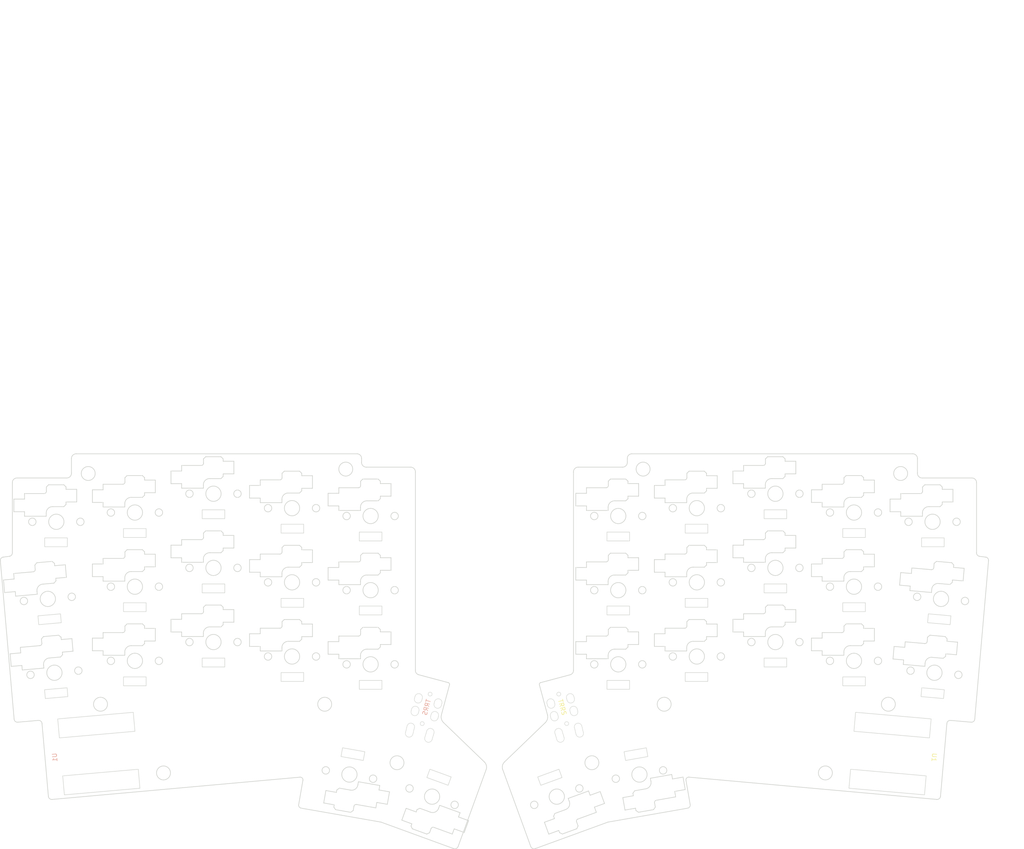
<source format=kicad_pcb>
(kicad_pcb (version 20221018) (generator pcbnew)
  (layers (0 "F.Cu" signal) (31 "B.Cu" signal) (34 "B.Paste" user) (35 "F.Paste" user) (36 "B.SilkS" user "B.Silkscreen") (37 "F.SilkS" user "F.Silkscreen") (38 "B.Mask" user) (39 "F.Mask" user) (44 "Edge.Cuts" user))
  (net 0 "")
  (footprint "jw_custom_footprint:Diode_SOD123_THT_2_cutout_small" (layer "F.Cu") (at 91.550786 115.08591))
  (footprint "jw_custom_footprint:MountingHole_3.2mm_M3_cutout" (layer "F.Cu") (at 103.782586 67.431096))
  (footprint "jw_custom_footprint:Diode_SOD123_THT_2_cutout_small" (layer "F.Cu") (at 91.550786 98.08551))
  (footprint "jw_custom_footprint:Diode_SOD123_THT_2_cutout_small" (layer "F.Cu") (at 55.450786 116.08531))
  (footprint "jw_custom_footprint:Diode_SOD123_THT_2_cutout_small" (layer "F.Cu") (at 91.550786 81.08555))
  (footprint "jw_custom_footprint:MountingHole_3.2mm_M3_cutout" (layer "F.Cu") (at 98.956586 121.329896))
  (footprint "jw_custom_footprint:Diode_SOD123_THT_2_cutout_small" (layer "F.Cu") (at 109.473786 99.841496))
  (footprint "jw_custom_footprint:Diode_SOD123_THT_2_cutout_small" (layer "F.Cu") (at 73.473888 77.77535))
  (footprint "jw_custom_footprint:Diode_SOD123_THT_2_cutout_small" (layer "F.Cu") (at 109.473786 116.88491))
  (footprint "jw_custom_footprint:MountingHole_3.2mm_M3_cutout" (layer "F.Cu") (at 62.024986 137.077896))
  (footprint "jw_custom_footprint:Xiao THT jumper pad_cutout" (layer "F.Cu") (at 47.057288 132.65468 95))
  (footprint "jw_custom_footprint:Diode_SOD123_THT_2_cutout_small" (layer "F.Cu") (at 109.473786 82.88511))
  (footprint "jw_custom_footprint:MountingHole_3.2mm_M3_cutout" (layer "F.Cu") (at 115.517386 134.741096))
  (footprint "jw_custom_footprint:Diode_SOD123_THT_2_cutout_small" (layer "F.Cu") (at 125.145398 138.068902 -20))
  (footprint "jw_custom_footprint:Diode_SOD123_THT_2_cutout_small" (layer "F.Cu") (at 105.4222 132.768786 -10))
  (footprint "jw_custom_footprint:Diode_SOD123_THT_2_cutout_small" (layer "F.Cu") (at 37.446055 118.792261 -175))
  (footprint "jw_custom_footprint:Diode_SOD123_THT_2_cutout_small" (layer "F.Cu") (at 55.450786 99.08571))
  (footprint "jw_custom_footprint:Diode_SOD123_THT_2_cutout_small" (layer "F.Cu") (at 35.934255 101.850461 -175))
  (footprint "jw_custom_footprint:Diode_SOD123_THT_2_cutout_small" (layer "F.Cu") (at 55.450786 82.08611))
  (footprint "jw_custom_footprint:Diode_SOD123_THT_2_cutout_small" (layer "F.Cu") (at 73.473888 111.77551))
  (footprint "jw_custom_footprint:Diode_SOD123_THT_2_cutout_small" (layer "F.Cu") (at 37.400786 84.20942 180))
  (footprint "jw_custom_footprint:MountingHole_3.2mm_M3_cutout" (layer "F.Cu") (at 47.597786 121.329896))
  (footprint "jw_custom_footprint:TRRS-PJ-DPB2_mod_cutout" (layer "F.Cu") (at 123.519588 117.463672 -15))
  (footprint "jw_custom_footprint:Diode_SOD123_THT_2_cutout_small" (layer "F.Cu") (at 73.473888 94.77531))
  (footprint "jw_custom_footprint:MountingHole_3.2mm_M3_cutout" (layer "F.Cu") (at 44.778386 68.43751))
  (footprint "jw_custom_footprint:Kailh_socket_PG1350_v1_reversible_cutout_bottom" (layer "B.Cu") (at 55.474114 111.384904))
  (footprint "jw_custom_footprint:Kailh_socket_PG1350_v1_reversible_cutout_bottom" (layer "B.Cu") (at 220.21077 77.385704))
  (footprint "jw_custom_footprint:Kailh_socket_PG1350_v1_reversible_cutout_bottom" (layer "B.Cu") (at 171.064181 137.447087 -170))
  (footprint "jw_custom_footprint:Kailh_socket_PG1350_v1_reversible_cutout_bottom" (layer "B.Cu") (at 55.474114 94.385304))
  (footprint "jw_custom_footprint:Diode_SOD123_THT_2_cutout_small" (layer "B.Cu") (at 166.211098 99.841496 180))
  (footprint "jw_custom_footprint:Kailh_socket_PG1350_v1_reversible_cutout_bottom" (layer "B.Cu") (at 152.127807 142.511985 -160))
  (footprint "jw_custom_footprint:Diode_SOD123_THT_2_cutout_small" (layer "B.Cu") (at 238.284098 84.20942))
  (footprint "jw_custom_footprint:Kailh_socket_PG1350_v1_reversible_cutout_bottom" (layer "B.Cu") (at 104.620703 137.447087 170))
  (footprint "jw_custom_footprint:Diode_SOD123_THT_2_cutout_small" (layer "B.Cu") (at 202.210996 111.77551 180))
  (footprint "jw_custom_footprint:Kailh_socket_PG1350_v1_reversible_cutout_bottom" (layer "B.Cu") (at 37.473914 79.509014))
  (footprint "jw_custom_footprint:Kailh_socket_PG1350_v1_reversible_cutout_bottom" (layer "B.Cu") (at 184.21117 110.385504))
  (footprint "jw_custom_footprint:Kailh_socket_PG1350_v1_reversible_cutout_bottom" (layer "B.Cu") (at 35.524198 97.183051 5))
  (footprint "jw_custom_footprint:Kailh_socket_PG1350_v1_reversible_cutout_bottom" (layer "B.Cu") (at 202.21137 73.074944))
  (footprint "jw_custom_footprint:Kailh_socket_PG1350_v1_reversible_cutout_bottom" (layer "B.Cu") (at 238.64694 114.11075 -5))
  (footprint "jw_custom_footprint:Kailh_socket_PG1350_v1_reversible_cutout_bottom" (layer "B.Cu") (at 166.211472 112.184504))
  (footprint "jw_custom_footprint:MountingHole_3.2mm_M3_cutout" (layer "B.Cu") (at 176.728298 121.329896 180))
  (footprint "jw_custom_footprint:Xiao THT jumper pad_cutout" (layer "B.Cu") (at 228.627596 132.65468 85))
  (footprint "jw_custom_footprint:Kailh_socket_PG1350_v1_reversible_cutout_bottom" (layer "B.Cu") (at 238.21097 79.509014))
  (footprint "jw_custom_footprint:Kailh_socket_PG1350_v1_reversible_cutout_bottom" (layer "B.Cu") (at 123.557077 142.511985 160))
  (footprint "jw_custom_footprint:Diode_SOD123_THT_2_cutout_small" (layer "B.Cu") (at 184.134098 115.08591 180))
  (footprint "jw_custom_footprint:Diode_SOD123_THT_2_cutout_small" (layer "B.Cu") (at 239.750629 101.850461 -5))
  (footprint "jw_custom_footprint:Kailh_socket_PG1350_v1_reversible_cutout_bottom" (layer "B.Cu") (at 184.21117 76.385144))
  (footprint "jw_custom_footprint:MountingHole_3.2mm_M3_cutout" (layer "B.Cu") (at 171.902298 67.431096 180))
  (footprint "jw_custom_footprint:Kailh_socket_PG1350_v1_reversible_cutout_bottom" (layer "B.Cu") (at 73.473514 107.075104))
  (footprint "jw_custom_footprint:MountingHole_3.2mm_M3_cutout" (layer "B.Cu") (at 230.906498 68.43751 180))
  (footprint "jw_custom_footprint:MountingHole_3.2mm_M3_cutout" (layer "B.Cu") (at 213.659898 137.077896 180))
  (footprint "jw_custom_footprint:Kailh_socket_PG1350_v1_reversible_cutout_bottom" (layer "B.Cu") (at 220.21077 111.384904))
  (footprint "jw_custom_footprint:Diode_SOD123_THT_2_cutout_small" (layer "B.Cu") (at 184.134098 81.08555 180))
  (footprint "jw_custom_footprint:Kailh_socket_PG1350_v1_reversible_cutout_bottom" (layer "B.Cu") (at 91.473714 76.385144))
  (footprint "jw_custom_footprint:Kailh_socket_PG1350_v1_reversible_cutout_bottom" (layer "B.Cu") (at 55.474114 77.385704))
  (footprint "jw_custom_footprint:Kailh_socket_PG1350_v1_reversible_cutout_bottom" (layer "B.Cu") (at 109.473412 78.184704))
  (footprint "jw_custom_footprint:MountingHole_3.2mm_M3_cutout" (layer "B.Cu") (at 228.087098 121.329896 180))
  (footprint "jw_custom_footprint:TRRS-PJ-DPB2_mod_cutout" (layer "B.Cu") (at 152.165296 117.463672 -165))
  (footprint "jw_custom_footprint:Kailh_socket_PG1350_v1_reversible_cutout_bottom" (layer "B.Cu") (at 184.21117 93.385104))
  (footprint "jw_custom_footprint:Kailh_socket_PG1350_v1_reversible_cutout_bottom" (layer "B.Cu") (at 166.211472 95.184504))
  (footprint "jw_custom_footprint:Diode_SOD123_THT_2_cutout_small" (layer "B.Cu") (at 238.238829 118.792261 -5))
  (footprint "jw_custom_footprint:Kailh_socket_PG1350_v1_reversible_cutout_bottom" (layer "B.Cu") (at 91.473714 110.385504))
  (footprint "jw_custom_footprint:MountingHole_3.2mm_M3_cutout" (layer "B.Cu") (at 160.167498 134.741096 180))
  (footprint "jw_custom_footprint:Diode_SOD123_THT_2_cutout_small" (layer "B.Cu") (at 220.234098 82.08611 180))
  (footprint "jw_custom_footprint:Diode_SOD123_THT_2_cutout_small" (layer "B.Cu") (at 170.262684 132.768786 -170))
  (footprint "jw_custom_footprint:Diode_SOD123_THT_2_cutout_small" (layer "B.Cu") (at 202.210996 77.77535 180))
  (footprint "jw_custom_footprint:Kailh_socket_PG1350_v1_reversible_cutout_bottom" (layer "B.Cu") (at 202.21137 90.074904))
  (footprint "jw_custom_footprint:Kailh_socket_PG1350_v1_reversible_cutout_bottom" (layer "B.Cu") (at 109.473412 112.184504))
  (footprint "jw_custom_footprint:Kailh_socket_PG1350_v1_reversible_cutout_bottom" (layer "B.Cu") (at 91.473714 93.385104))
  (footprint "jw_custom_footprint:Diode_SOD123_THT_2_cutout_small" (layer "B.Cu") (at 202.210996 94.77531 180))
  (footprint "jw_custom_footprint:Diode_SOD123_THT_2_cutout_small" (layer "B.Cu") (at 150.539486 138.068902 -160))
  (footprint "jw_custom_footprint:Diode_SOD123_THT_2_cutout_small" (layer "B.Cu") (at 166.211098 116.88491 180))
  (footprint "jw_custom_footprint:Diode_SOD123_THT_2_cutout_small" (layer "B.Cu") (at 220.234098 116.08531 180))
  (footprint "jw_custom_footprint:Diode_SOD123_THT_2_cutout_small" (layer "B.Cu") (at 220.234098 99.08571 180))
  (footprint "jw_custom_footprint:Kailh_socket_PG1350_v1_reversible_cutout_bottom" (layer "B.Cu") (at 240.160686 97.183051 -5))
  (footprint "jw_custom_footprint:Kailh_socket_PG1350_v1_reversible_cutout_bottom" (layer "B.Cu") (at 109.473412 95.184504))
  (footprint "jw_custom_footprint:Diode_SOD123_THT_2_cutout_small" (layer "B.Cu") (at 184.134098 98.08551 180))
  (footprint "jw_custom_footprint:Kailh_socket_PG1350_v1_reversible_cutout_bottom" (layer "B.Cu") (at 220.21077 94.385304))
  (footprint "jw_custom_footprint:Diode_SOD123_THT_2_cutout_small" (layer "B.Cu") (at 166.211098 82.88511 180))
  (footprint "jw_custom_footprint:Kailh_socket_PG1350_v1_reversible_cutout_bottom" (layer "B.Cu") (at 73.473514 73.074944))
  (footprint "jw_custom_footprint:Kailh_socket_PG1350_v1_reversible_cutout_bottom" (layer "B.Cu") (at 202.21137 107.075104))
  (footprint "jw_custom_footprint:Kailh_socket_PG1350_v1_reversible_cutout_bottom" (layer "B.Cu") (at 166.211472 78.184704))
  (footprint "jw_custom_footprint:Kailh_socket_PG1350_v1_reversible_cutout_bottom" (layer "B.Cu") (at 73.473514 90.074904))
  (footprint "jw_custom_footprint:Kailh_socket_PG1350_v1_reversible_cutout_bottom" (layer "B.Cu") (at 37.037944 114.11075 5))
  (gr_line (start 40.934567 65.047496) (end 40.934567 68.345496) (stroke (width 0.15)) (layer "Edge.Cuts"))
  (gr_line (start 93.964515 138.75226) (end 93.012986 144.240696) (stroke (width 0.15)) (layer "Edge.Cuts"))
  (gr_arc (start 155.95072 68.099097) (mid 156.270291 67.298802) (end 157.070625 66.97942) (stroke (width 0.15)) (layer "Edge.Cuts"))
  (gr_line (start 168.282594 65.009038) (end 168.282594 65.856296) (stroke (width 0.15)) (layer "Edge.Cuts"))
  (gr_line (start 125.677386 123.819096) (end 127.545343 116.886247) (stroke (width 0.15)) (layer "Edge.Cuts"))
  (gr_line (start 139.703406 136.200542) (end 146.146698 153.892696) (stroke (width 0.15)) (layer "Edge.Cuts"))
  (gr_line (start 248.289765 86.602768) (end 248.289765 70.529896) (stroke (width 0.15)) (layer "Edge.Cuts"))
  (gr_arc (start 93.317786 138.043096) (mid 93.809638 138.244024) (end 93.964515 138.75226) (stroke (width 0.15)) (layer "Edge.Cuts"))
  (gr_arc (start 155.951098 113.557496) (mid 155.748288 114.199147) (end 155.189098 114.573496) (stroke (width 0.15)) (layer "Edge.Cuts"))
  (gr_arc (start 182.671898 144.240696) (mid 182.598014 144.82351) (end 182.113098 145.155096) (stroke (width 0.15)) (layer "Edge.Cuts"))
  (gr_line (start 24.649107 88.453329) (end 27.802354 124.719691) (stroke (width 0.15)) (layer "Edge.Cuts"))
  (gr_arc (start 40.934567 68.345496) (mid 40.625115 69.145977) (end 39.829871 69.46862) (stroke (width 0.15)) (layer "Edge.Cuts"))
  (gr_line (start 128.420586 154.400696) (end 111.859786 148.355496) (stroke (width 0.15)) (layer "Edge.Cuts"))
  (gr_line (start 182.113098 145.155096) (end 163.825098 148.355496) (stroke (width 0.15)) (layer "Edge.Cuts"))
  (gr_arc (start 118.614259 66.97942) (mid 119.414533 67.298862) (end 119.734164 68.099097) (stroke (width 0.15)) (layer "Edge.Cuts"))
  (gr_arc (start 147.264298 154.400696) (mid 146.590267 154.400228) (end 146.146698 153.892696) (stroke (width 0.15)) (layer "Edge.Cuts"))
  (gr_line (start 111.859786 148.355496) (end 93.571786 145.155096) (stroke (width 0.15)) (layer "Edge.Cuts"))
  (gr_line (start 126.134586 125.495496) (end 135.524278 134.549542) (stroke (width 0.15)) (layer "Edge.Cuts"))
  (gr_arc (start 108.506986 66.97942) (mid 107.711772 66.656752) (end 107.40229 65.856296) (stroke (width 0.15)) (layer "Edge.Cuts"))
  (gr_line (start 107.40229 65.856296) (end 107.40229 65.009038) (stroke (width 0.15)) (layer "Edge.Cuts"))
  (gr_arc (start 247.88253 124.719691) (mid 247.618937 125.269043) (end 247.035498 125.444696) (stroke (width 0.15)) (layer "Edge.Cuts"))
  (gr_arc (start 126.134586 125.495496) (mid 125.699059 124.71373) (end 125.677386 123.819096) (stroke (width 0.15)) (layer "Edge.Cuts"))
  (gr_line (start 26.769786 87.415568) (end 25.296586 87.606297) (stroke (width 0.15)) (layer "Edge.Cuts"))
  (gr_line (start 34.195086 125.775682) (end 35.651242 142.409373) (stroke (width 0.15)) (layer "Edge.Cuts"))
  (gr_line (start 155.951098 113.557496) (end 155.951098 68.099097) (stroke (width 0.15)) (layer "Edge.Cuts"))
  (gr_line (start 140.160606 134.549542) (end 149.550298 125.495496) (stroke (width 0.15)) (layer "Edge.Cuts"))
  (gr_arc (start 28.649386 125.444696) (mid 28.065966 125.269021) (end 27.802354 124.719691) (stroke (width 0.15)) (layer "Edge.Cuts"))
  (gr_arc (start 40.934567 65.047496) (mid 41.244123 64.247438) (end 42.039263 63.92551) (stroke (width 0.15)) (layer "Edge.Cuts"))
  (gr_arc (start 148.139541 116.886247) (mid 148.166139 116.570041) (end 148.418941 116.378247) (stroke (width 0.15)) (layer "Edge.Cuts"))
  (gr_line (start 42.039263 63.92551) (end 106.373386 63.92551) (stroke (width 0.15)) (layer "Edge.Cuts"))
  (gr_arc (start 33.324899 125.035909) (mid 33.923893 125.212995) (end 34.195086 125.775682) (stroke (width 0.15)) (layer "Edge.Cuts"))
  (gr_arc (start 233.645621 63.92551) (mid 234.440727 64.247472) (end 234.750317 65.047496) (stroke (width 0.15)) (layer "Edge.Cuts"))
  (gr_line (start 182.367098 138.043096) (end 239.193341 143.151761) (stroke (width 0.15)) (layer "Edge.Cuts"))
  (gr_arc (start 106.373386 63.92551) (mid 107.116532 64.250132) (end 107.40229 65.009038) (stroke (width 0.15)) (layer "Edge.Cuts"))
  (gr_line (start 247.88253 124.719691) (end 251.035777 88.453329) (stroke (width 0.15)) (layer "Edge.Cuts"))
  (gr_line (start 234.750317 68.345496) (end 234.750317 65.047496) (stroke (width 0.15)) (layer "Edge.Cuts"))
  (gr_arc (start 181.720369 138.75226) (mid 181.875245 138.244023) (end 182.367098 138.043096) (stroke (width 0.15)) (layer "Edge.Cuts"))
  (gr_arc (start 235.855013 69.46862) (mid 235.059788 69.145958) (end 234.750317 68.345496) (stroke (width 0.15)) (layer "Edge.Cuts"))
  (gr_arc (start 127.265943 116.378247) (mid 127.518747 116.57004) (end 127.545343 116.886247) (stroke (width 0.15)) (layer "Edge.Cuts"))
  (gr_line (start 28.649386 125.444696) (end 33.324899 125.035909) (stroke (width 0.15)) (layer "Edge.Cuts"))
  (gr_line (start 129.538186 153.892696) (end 135.981478 136.200542) (stroke (width 0.15)) (layer "Edge.Cuts"))
  (gr_arc (start 240.033642 142.409373) (mid 239.770938 142.958766) (end 239.193341 143.151761) (stroke (width 0.15)) (layer "Edge.Cuts"))
  (gr_arc (start 248.915098 87.415568) (mid 248.454892 87.122689) (end 248.289765 86.602768) (stroke (width 0.15)) (layer "Edge.Cuts"))
  (gr_line (start 127.265943 116.378247) (end 120.495786 114.573496) (stroke (width 0.15)) (layer "Edge.Cuts"))
  (gr_line (start 250.388298 87.606297) (end 248.915098 87.415568) (stroke (width 0.15)) (layer "Edge.Cuts"))
  (gr_arc (start 139.703406 136.200542) (mid 139.703803 135.311842) (end 140.160606 134.549542) (stroke (width 0.15)) (layer "Edge.Cuts"))
  (gr_arc (start 27.395119 70.529896) (mid 27.681615 69.797892) (end 28.395386 69.46862) (stroke (width 0.15)) (layer "Edge.Cuts"))
  (gr_arc (start 247.289498 69.46862) (mid 248.003243 69.797916) (end 248.289765 70.529896) (stroke (width 0.15)) (layer "Edge.Cuts"))
  (gr_arc (start 129.538186 153.892696) (mid 129.094636 154.40027) (end 128.420586 154.400696) (stroke (width 0.15)) (layer "Edge.Cuts"))
  (gr_arc (start 150.007498 123.819096) (mid 149.985822 124.713729) (end 149.550298 125.495496) (stroke (width 0.15)) (layer "Edge.Cuts"))
  (gr_line (start 169.311498 63.92551) (end 233.645621 63.92551) (stroke (width 0.15)) (layer "Edge.Cuts"))
  (gr_arc (start 36.491543 143.151761) (mid 35.913919 142.958797) (end 35.651242 142.409373) (stroke (width 0.15)) (layer "Edge.Cuts"))
  (gr_arc (start 24.649107 88.453329) (mid 24.799827 87.897554) (end 25.296586 87.606297) (stroke (width 0.15)) (layer "Edge.Cuts"))
  (gr_arc (start 168.282594 65.009038) (mid 168.568408 64.250185) (end 169.311498 63.92551) (stroke (width 0.15)) (layer "Edge.Cuts"))
  (gr_line (start 148.139541 116.886247) (end 150.007498 123.819096) (stroke (width 0.15)) (layer "Edge.Cuts"))
  (gr_line (start 155.189098 114.573496) (end 148.418941 116.378247) (stroke (width 0.15)) (layer "Edge.Cuts"))
  (gr_arc (start 120.495786 114.573496) (mid 119.936627 114.199124) (end 119.733786 113.557496) (stroke (width 0.15)) (layer "Edge.Cuts"))
  (gr_line (start 27.395119 70.529896) (end 27.395119 86.602768) (stroke (width 0.15)) (layer "Edge.Cuts"))
  (gr_arc (start 135.524278 134.549542) (mid 135.981048 135.311851) (end 135.981478 136.200542) (stroke (width 0.15)) (layer "Edge.Cuts"))
  (gr_line (start 182.671898 144.240696) (end 181.720369 138.75226) (stroke (width 0.15)) (layer "Edge.Cuts"))
  (gr_line (start 240.033642 142.409373) (end 241.489798 125.775682) (stroke (width 0.15)) (layer "Edge.Cuts"))
  (gr_arc (start 250.388298 87.606297) (mid 250.885052 87.897558) (end 251.035777 88.453329) (stroke (width 0.15)) (layer "Edge.Cuts"))
  (gr_arc (start 93.571786 145.155096) (mid 93.08694 144.823468) (end 93.012986 144.240696) (stroke (width 0.15)) (layer "Edge.Cuts"))
  (gr_arc (start 241.489798 125.775682) (mid 241.760979 125.21298) (end 242.359985 125.035909) (stroke (width 0.15)) (layer "Edge.Cuts"))
  (gr_line (start 247.289498 69.46862) (end 235.855013 69.46862) (stroke (width 0.15)) (layer "Edge.Cuts"))
  (gr_line (start 242.359985 125.035909) (end 247.035498 125.444696) (stroke (width 0.15)) (layer "Edge.Cuts"))
  (gr_arc (start 27.395119 86.602768) (mid 27.23003 87.122718) (end 26.769786 87.415568) (stroke (width 0.15)) (layer "Edge.Cuts"))
  (gr_line (start 36.491543 143.151761) (end 93.317786 138.043096) (stroke (width 0.15)) (layer "Edge.Cuts"))
  (gr_line (start 157.070625 66.97942) (end 167.177898 66.97942) (stroke (width 0.15)) (layer "Edge.Cuts"))
  (gr_line (start 163.825098 148.355496) (end 147.264298 154.400696) (stroke (width 0.15)) (layer "Edge.Cuts"))
  (gr_arc (start 168.282594 65.856296) (mid 167.973143 66.656782) (end 167.177898 66.97942) (stroke (width 0.15)) (layer "Edge.Cuts"))
  (gr_line (start 108.506986 66.97942) (end 118.614259 66.97942) (stroke (width 0.15)) (layer "Edge.Cuts"))
  (gr_line (start 119.733786 68.099097) (end 119.733786 113.557496) (stroke (width 0.15)) (layer "Edge.Cuts"))
  (gr_line (start 39.829871 69.46862) (end 28.395386 69.46862) (stroke (width 0.15)) (layer "Edge.Cuts"))
)
</source>
